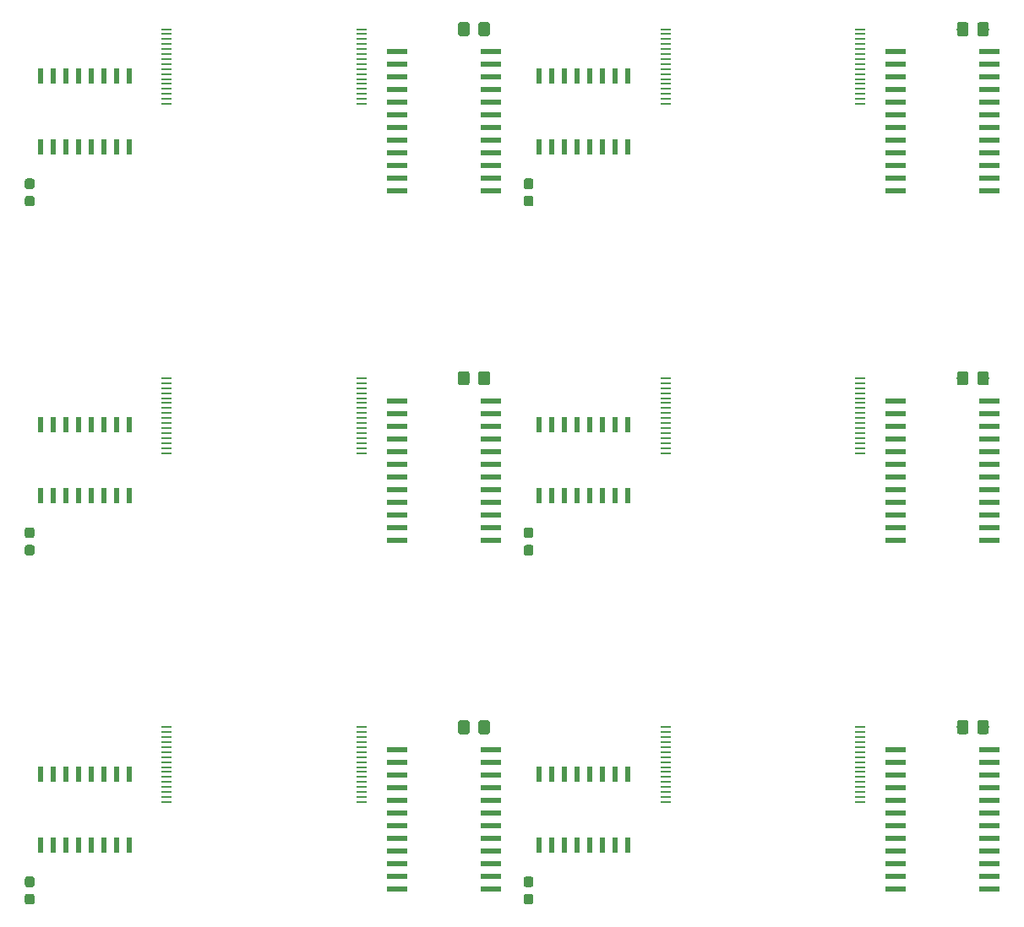
<source format=gbr>
G04 #@! TF.GenerationSoftware,KiCad,Pcbnew,(5.0.0)*
G04 #@! TF.CreationDate,2018-11-06T18:31:00+09:00*
G04 #@! TF.ProjectId,mbc1cartridge_test,6D6263316361727472696467655F7465,rev?*
G04 #@! TF.SameCoordinates,Original*
G04 #@! TF.FileFunction,Paste,Top*
G04 #@! TF.FilePolarity,Positive*
%FSLAX46Y46*%
G04 Gerber Fmt 4.6, Leading zero omitted, Abs format (unit mm)*
G04 Created by KiCad (PCBNEW (5.0.0)) date 11/06/18 18:31:00*
%MOMM*%
%LPD*%
G01*
G04 APERTURE LIST*
%ADD10R,2.000000X0.600000*%
%ADD11R,1.100000X0.250000*%
%ADD12R,0.600000X1.500000*%
%ADD13C,0.100000*%
%ADD14C,0.950000*%
%ADD15C,1.150000*%
G04 APERTURE END LIST*
D10*
G04 #@! TO.C,U2*
X157700000Y-54015000D03*
X157700000Y-55285000D03*
X157700000Y-56555000D03*
X157700000Y-57825000D03*
X157700000Y-59095000D03*
X157700000Y-60365000D03*
X157700000Y-61635000D03*
X157700000Y-62905000D03*
X157700000Y-64175000D03*
X157700000Y-65445000D03*
X157700000Y-66715000D03*
X157700000Y-67985000D03*
X148300000Y-67985000D03*
X148300000Y-66715000D03*
X148300000Y-65445000D03*
X148300000Y-64175000D03*
X148300000Y-62905000D03*
X148300000Y-61635000D03*
X148300000Y-60365000D03*
X148300000Y-59095000D03*
X148300000Y-57825000D03*
X148300000Y-56555000D03*
X148300000Y-55285000D03*
X148300000Y-54015000D03*
G04 #@! TD*
D11*
G04 #@! TO.C,U1*
X144750000Y-51750000D03*
X144750000Y-52250000D03*
X144750000Y-52750000D03*
X144750000Y-53250000D03*
X144750000Y-53750000D03*
X144750000Y-54250000D03*
X144750000Y-54750000D03*
X144750000Y-55250000D03*
X144750000Y-55750000D03*
X144750000Y-56250000D03*
X144750000Y-56750000D03*
X144750000Y-57250000D03*
X144750000Y-57750000D03*
X144750000Y-58250000D03*
X144750000Y-58750000D03*
X125250000Y-59250000D03*
X125250000Y-58750000D03*
X125250000Y-58250000D03*
X125250000Y-57750000D03*
X125250000Y-57250000D03*
X125250000Y-56750000D03*
X125250000Y-56250000D03*
X125250000Y-55750000D03*
X125250000Y-55250000D03*
X125250000Y-54750000D03*
X125250000Y-54250000D03*
X125250000Y-53750000D03*
X125250000Y-53250000D03*
X125250000Y-52750000D03*
X125250000Y-52250000D03*
X144750000Y-59250000D03*
X125250000Y-51750000D03*
G04 #@! TD*
D12*
G04 #@! TO.C,SW1*
X112555000Y-56450000D03*
X113825000Y-56450000D03*
X115095000Y-56450000D03*
X116365000Y-56450000D03*
X117635000Y-56450000D03*
X118905000Y-56450000D03*
X120175000Y-56450000D03*
X121445000Y-56450000D03*
X121445000Y-63550000D03*
X120175000Y-63550000D03*
X118905000Y-63550000D03*
X117635000Y-63550000D03*
X116365000Y-63550000D03*
X115095000Y-63550000D03*
X113825000Y-63550000D03*
X112555000Y-63550000D03*
G04 #@! TD*
D13*
G04 #@! TO.C,R1*
G36*
X111760779Y-68476144D02*
X111783834Y-68479563D01*
X111806443Y-68485227D01*
X111828387Y-68493079D01*
X111849457Y-68503044D01*
X111869448Y-68515026D01*
X111888168Y-68528910D01*
X111905438Y-68544562D01*
X111921090Y-68561832D01*
X111934974Y-68580552D01*
X111946956Y-68600543D01*
X111956921Y-68621613D01*
X111964773Y-68643557D01*
X111970437Y-68666166D01*
X111973856Y-68689221D01*
X111975000Y-68712500D01*
X111975000Y-69287500D01*
X111973856Y-69310779D01*
X111970437Y-69333834D01*
X111964773Y-69356443D01*
X111956921Y-69378387D01*
X111946956Y-69399457D01*
X111934974Y-69419448D01*
X111921090Y-69438168D01*
X111905438Y-69455438D01*
X111888168Y-69471090D01*
X111869448Y-69484974D01*
X111849457Y-69496956D01*
X111828387Y-69506921D01*
X111806443Y-69514773D01*
X111783834Y-69520437D01*
X111760779Y-69523856D01*
X111737500Y-69525000D01*
X111262500Y-69525000D01*
X111239221Y-69523856D01*
X111216166Y-69520437D01*
X111193557Y-69514773D01*
X111171613Y-69506921D01*
X111150543Y-69496956D01*
X111130552Y-69484974D01*
X111111832Y-69471090D01*
X111094562Y-69455438D01*
X111078910Y-69438168D01*
X111065026Y-69419448D01*
X111053044Y-69399457D01*
X111043079Y-69378387D01*
X111035227Y-69356443D01*
X111029563Y-69333834D01*
X111026144Y-69310779D01*
X111025000Y-69287500D01*
X111025000Y-68712500D01*
X111026144Y-68689221D01*
X111029563Y-68666166D01*
X111035227Y-68643557D01*
X111043079Y-68621613D01*
X111053044Y-68600543D01*
X111065026Y-68580552D01*
X111078910Y-68561832D01*
X111094562Y-68544562D01*
X111111832Y-68528910D01*
X111130552Y-68515026D01*
X111150543Y-68503044D01*
X111171613Y-68493079D01*
X111193557Y-68485227D01*
X111216166Y-68479563D01*
X111239221Y-68476144D01*
X111262500Y-68475000D01*
X111737500Y-68475000D01*
X111760779Y-68476144D01*
X111760779Y-68476144D01*
G37*
D14*
X111500000Y-69000000D03*
D13*
G36*
X111760779Y-66726144D02*
X111783834Y-66729563D01*
X111806443Y-66735227D01*
X111828387Y-66743079D01*
X111849457Y-66753044D01*
X111869448Y-66765026D01*
X111888168Y-66778910D01*
X111905438Y-66794562D01*
X111921090Y-66811832D01*
X111934974Y-66830552D01*
X111946956Y-66850543D01*
X111956921Y-66871613D01*
X111964773Y-66893557D01*
X111970437Y-66916166D01*
X111973856Y-66939221D01*
X111975000Y-66962500D01*
X111975000Y-67537500D01*
X111973856Y-67560779D01*
X111970437Y-67583834D01*
X111964773Y-67606443D01*
X111956921Y-67628387D01*
X111946956Y-67649457D01*
X111934974Y-67669448D01*
X111921090Y-67688168D01*
X111905438Y-67705438D01*
X111888168Y-67721090D01*
X111869448Y-67734974D01*
X111849457Y-67746956D01*
X111828387Y-67756921D01*
X111806443Y-67764773D01*
X111783834Y-67770437D01*
X111760779Y-67773856D01*
X111737500Y-67775000D01*
X111262500Y-67775000D01*
X111239221Y-67773856D01*
X111216166Y-67770437D01*
X111193557Y-67764773D01*
X111171613Y-67756921D01*
X111150543Y-67746956D01*
X111130552Y-67734974D01*
X111111832Y-67721090D01*
X111094562Y-67705438D01*
X111078910Y-67688168D01*
X111065026Y-67669448D01*
X111053044Y-67649457D01*
X111043079Y-67628387D01*
X111035227Y-67606443D01*
X111029563Y-67583834D01*
X111026144Y-67560779D01*
X111025000Y-67537500D01*
X111025000Y-66962500D01*
X111026144Y-66939221D01*
X111029563Y-66916166D01*
X111035227Y-66893557D01*
X111043079Y-66871613D01*
X111053044Y-66850543D01*
X111065026Y-66830552D01*
X111078910Y-66811832D01*
X111094562Y-66794562D01*
X111111832Y-66778910D01*
X111130552Y-66765026D01*
X111150543Y-66753044D01*
X111171613Y-66743079D01*
X111193557Y-66735227D01*
X111216166Y-66729563D01*
X111239221Y-66726144D01*
X111262500Y-66725000D01*
X111737500Y-66725000D01*
X111760779Y-66726144D01*
X111760779Y-66726144D01*
G37*
D14*
X111500000Y-67250000D03*
G04 #@! TD*
D13*
G04 #@! TO.C,C1*
G36*
X155349505Y-51051204D02*
X155373773Y-51054804D01*
X155397572Y-51060765D01*
X155420671Y-51069030D01*
X155442850Y-51079520D01*
X155463893Y-51092132D01*
X155483599Y-51106747D01*
X155501777Y-51123223D01*
X155518253Y-51141401D01*
X155532868Y-51161107D01*
X155545480Y-51182150D01*
X155555970Y-51204329D01*
X155564235Y-51227428D01*
X155570196Y-51251227D01*
X155573796Y-51275495D01*
X155575000Y-51299999D01*
X155575000Y-52200001D01*
X155573796Y-52224505D01*
X155570196Y-52248773D01*
X155564235Y-52272572D01*
X155555970Y-52295671D01*
X155545480Y-52317850D01*
X155532868Y-52338893D01*
X155518253Y-52358599D01*
X155501777Y-52376777D01*
X155483599Y-52393253D01*
X155463893Y-52407868D01*
X155442850Y-52420480D01*
X155420671Y-52430970D01*
X155397572Y-52439235D01*
X155373773Y-52445196D01*
X155349505Y-52448796D01*
X155325001Y-52450000D01*
X154674999Y-52450000D01*
X154650495Y-52448796D01*
X154626227Y-52445196D01*
X154602428Y-52439235D01*
X154579329Y-52430970D01*
X154557150Y-52420480D01*
X154536107Y-52407868D01*
X154516401Y-52393253D01*
X154498223Y-52376777D01*
X154481747Y-52358599D01*
X154467132Y-52338893D01*
X154454520Y-52317850D01*
X154444030Y-52295671D01*
X154435765Y-52272572D01*
X154429804Y-52248773D01*
X154426204Y-52224505D01*
X154425000Y-52200001D01*
X154425000Y-51299999D01*
X154426204Y-51275495D01*
X154429804Y-51251227D01*
X154435765Y-51227428D01*
X154444030Y-51204329D01*
X154454520Y-51182150D01*
X154467132Y-51161107D01*
X154481747Y-51141401D01*
X154498223Y-51123223D01*
X154516401Y-51106747D01*
X154536107Y-51092132D01*
X154557150Y-51079520D01*
X154579329Y-51069030D01*
X154602428Y-51060765D01*
X154626227Y-51054804D01*
X154650495Y-51051204D01*
X154674999Y-51050000D01*
X155325001Y-51050000D01*
X155349505Y-51051204D01*
X155349505Y-51051204D01*
G37*
D15*
X155000000Y-51750000D03*
D13*
G36*
X157399505Y-51051204D02*
X157423773Y-51054804D01*
X157447572Y-51060765D01*
X157470671Y-51069030D01*
X157492850Y-51079520D01*
X157513893Y-51092132D01*
X157533599Y-51106747D01*
X157551777Y-51123223D01*
X157568253Y-51141401D01*
X157582868Y-51161107D01*
X157595480Y-51182150D01*
X157605970Y-51204329D01*
X157614235Y-51227428D01*
X157620196Y-51251227D01*
X157623796Y-51275495D01*
X157625000Y-51299999D01*
X157625000Y-52200001D01*
X157623796Y-52224505D01*
X157620196Y-52248773D01*
X157614235Y-52272572D01*
X157605970Y-52295671D01*
X157595480Y-52317850D01*
X157582868Y-52338893D01*
X157568253Y-52358599D01*
X157551777Y-52376777D01*
X157533599Y-52393253D01*
X157513893Y-52407868D01*
X157492850Y-52420480D01*
X157470671Y-52430970D01*
X157447572Y-52439235D01*
X157423773Y-52445196D01*
X157399505Y-52448796D01*
X157375001Y-52450000D01*
X156724999Y-52450000D01*
X156700495Y-52448796D01*
X156676227Y-52445196D01*
X156652428Y-52439235D01*
X156629329Y-52430970D01*
X156607150Y-52420480D01*
X156586107Y-52407868D01*
X156566401Y-52393253D01*
X156548223Y-52376777D01*
X156531747Y-52358599D01*
X156517132Y-52338893D01*
X156504520Y-52317850D01*
X156494030Y-52295671D01*
X156485765Y-52272572D01*
X156479804Y-52248773D01*
X156476204Y-52224505D01*
X156475000Y-52200001D01*
X156475000Y-51299999D01*
X156476204Y-51275495D01*
X156479804Y-51251227D01*
X156485765Y-51227428D01*
X156494030Y-51204329D01*
X156504520Y-51182150D01*
X156517132Y-51161107D01*
X156531747Y-51141401D01*
X156548223Y-51123223D01*
X156566401Y-51106747D01*
X156586107Y-51092132D01*
X156607150Y-51079520D01*
X156629329Y-51069030D01*
X156652428Y-51060765D01*
X156676227Y-51054804D01*
X156700495Y-51051204D01*
X156724999Y-51050000D01*
X157375001Y-51050000D01*
X157399505Y-51051204D01*
X157399505Y-51051204D01*
G37*
D15*
X157050000Y-51750000D03*
G04 #@! TD*
D10*
G04 #@! TO.C,U2*
X157700000Y-89015000D03*
X157700000Y-90285000D03*
X157700000Y-91555000D03*
X157700000Y-92825000D03*
X157700000Y-94095000D03*
X157700000Y-95365000D03*
X157700000Y-96635000D03*
X157700000Y-97905000D03*
X157700000Y-99175000D03*
X157700000Y-100445000D03*
X157700000Y-101715000D03*
X157700000Y-102985000D03*
X148300000Y-102985000D03*
X148300000Y-101715000D03*
X148300000Y-100445000D03*
X148300000Y-99175000D03*
X148300000Y-97905000D03*
X148300000Y-96635000D03*
X148300000Y-95365000D03*
X148300000Y-94095000D03*
X148300000Y-92825000D03*
X148300000Y-91555000D03*
X148300000Y-90285000D03*
X148300000Y-89015000D03*
G04 #@! TD*
D11*
G04 #@! TO.C,U1*
X144750000Y-86750000D03*
X144750000Y-87250000D03*
X144750000Y-87750000D03*
X144750000Y-88250000D03*
X144750000Y-88750000D03*
X144750000Y-89250000D03*
X144750000Y-89750000D03*
X144750000Y-90250000D03*
X144750000Y-90750000D03*
X144750000Y-91250000D03*
X144750000Y-91750000D03*
X144750000Y-92250000D03*
X144750000Y-92750000D03*
X144750000Y-93250000D03*
X144750000Y-93750000D03*
X125250000Y-94250000D03*
X125250000Y-93750000D03*
X125250000Y-93250000D03*
X125250000Y-92750000D03*
X125250000Y-92250000D03*
X125250000Y-91750000D03*
X125250000Y-91250000D03*
X125250000Y-90750000D03*
X125250000Y-90250000D03*
X125250000Y-89750000D03*
X125250000Y-89250000D03*
X125250000Y-88750000D03*
X125250000Y-88250000D03*
X125250000Y-87750000D03*
X125250000Y-87250000D03*
X144750000Y-94250000D03*
X125250000Y-86750000D03*
G04 #@! TD*
D12*
G04 #@! TO.C,SW1*
X112555000Y-91450000D03*
X113825000Y-91450000D03*
X115095000Y-91450000D03*
X116365000Y-91450000D03*
X117635000Y-91450000D03*
X118905000Y-91450000D03*
X120175000Y-91450000D03*
X121445000Y-91450000D03*
X121445000Y-98550000D03*
X120175000Y-98550000D03*
X118905000Y-98550000D03*
X117635000Y-98550000D03*
X116365000Y-98550000D03*
X115095000Y-98550000D03*
X113825000Y-98550000D03*
X112555000Y-98550000D03*
G04 #@! TD*
D13*
G04 #@! TO.C,R1*
G36*
X111760779Y-103476144D02*
X111783834Y-103479563D01*
X111806443Y-103485227D01*
X111828387Y-103493079D01*
X111849457Y-103503044D01*
X111869448Y-103515026D01*
X111888168Y-103528910D01*
X111905438Y-103544562D01*
X111921090Y-103561832D01*
X111934974Y-103580552D01*
X111946956Y-103600543D01*
X111956921Y-103621613D01*
X111964773Y-103643557D01*
X111970437Y-103666166D01*
X111973856Y-103689221D01*
X111975000Y-103712500D01*
X111975000Y-104287500D01*
X111973856Y-104310779D01*
X111970437Y-104333834D01*
X111964773Y-104356443D01*
X111956921Y-104378387D01*
X111946956Y-104399457D01*
X111934974Y-104419448D01*
X111921090Y-104438168D01*
X111905438Y-104455438D01*
X111888168Y-104471090D01*
X111869448Y-104484974D01*
X111849457Y-104496956D01*
X111828387Y-104506921D01*
X111806443Y-104514773D01*
X111783834Y-104520437D01*
X111760779Y-104523856D01*
X111737500Y-104525000D01*
X111262500Y-104525000D01*
X111239221Y-104523856D01*
X111216166Y-104520437D01*
X111193557Y-104514773D01*
X111171613Y-104506921D01*
X111150543Y-104496956D01*
X111130552Y-104484974D01*
X111111832Y-104471090D01*
X111094562Y-104455438D01*
X111078910Y-104438168D01*
X111065026Y-104419448D01*
X111053044Y-104399457D01*
X111043079Y-104378387D01*
X111035227Y-104356443D01*
X111029563Y-104333834D01*
X111026144Y-104310779D01*
X111025000Y-104287500D01*
X111025000Y-103712500D01*
X111026144Y-103689221D01*
X111029563Y-103666166D01*
X111035227Y-103643557D01*
X111043079Y-103621613D01*
X111053044Y-103600543D01*
X111065026Y-103580552D01*
X111078910Y-103561832D01*
X111094562Y-103544562D01*
X111111832Y-103528910D01*
X111130552Y-103515026D01*
X111150543Y-103503044D01*
X111171613Y-103493079D01*
X111193557Y-103485227D01*
X111216166Y-103479563D01*
X111239221Y-103476144D01*
X111262500Y-103475000D01*
X111737500Y-103475000D01*
X111760779Y-103476144D01*
X111760779Y-103476144D01*
G37*
D14*
X111500000Y-104000000D03*
D13*
G36*
X111760779Y-101726144D02*
X111783834Y-101729563D01*
X111806443Y-101735227D01*
X111828387Y-101743079D01*
X111849457Y-101753044D01*
X111869448Y-101765026D01*
X111888168Y-101778910D01*
X111905438Y-101794562D01*
X111921090Y-101811832D01*
X111934974Y-101830552D01*
X111946956Y-101850543D01*
X111956921Y-101871613D01*
X111964773Y-101893557D01*
X111970437Y-101916166D01*
X111973856Y-101939221D01*
X111975000Y-101962500D01*
X111975000Y-102537500D01*
X111973856Y-102560779D01*
X111970437Y-102583834D01*
X111964773Y-102606443D01*
X111956921Y-102628387D01*
X111946956Y-102649457D01*
X111934974Y-102669448D01*
X111921090Y-102688168D01*
X111905438Y-102705438D01*
X111888168Y-102721090D01*
X111869448Y-102734974D01*
X111849457Y-102746956D01*
X111828387Y-102756921D01*
X111806443Y-102764773D01*
X111783834Y-102770437D01*
X111760779Y-102773856D01*
X111737500Y-102775000D01*
X111262500Y-102775000D01*
X111239221Y-102773856D01*
X111216166Y-102770437D01*
X111193557Y-102764773D01*
X111171613Y-102756921D01*
X111150543Y-102746956D01*
X111130552Y-102734974D01*
X111111832Y-102721090D01*
X111094562Y-102705438D01*
X111078910Y-102688168D01*
X111065026Y-102669448D01*
X111053044Y-102649457D01*
X111043079Y-102628387D01*
X111035227Y-102606443D01*
X111029563Y-102583834D01*
X111026144Y-102560779D01*
X111025000Y-102537500D01*
X111025000Y-101962500D01*
X111026144Y-101939221D01*
X111029563Y-101916166D01*
X111035227Y-101893557D01*
X111043079Y-101871613D01*
X111053044Y-101850543D01*
X111065026Y-101830552D01*
X111078910Y-101811832D01*
X111094562Y-101794562D01*
X111111832Y-101778910D01*
X111130552Y-101765026D01*
X111150543Y-101753044D01*
X111171613Y-101743079D01*
X111193557Y-101735227D01*
X111216166Y-101729563D01*
X111239221Y-101726144D01*
X111262500Y-101725000D01*
X111737500Y-101725000D01*
X111760779Y-101726144D01*
X111760779Y-101726144D01*
G37*
D14*
X111500000Y-102250000D03*
G04 #@! TD*
D13*
G04 #@! TO.C,C1*
G36*
X155349505Y-86051204D02*
X155373773Y-86054804D01*
X155397572Y-86060765D01*
X155420671Y-86069030D01*
X155442850Y-86079520D01*
X155463893Y-86092132D01*
X155483599Y-86106747D01*
X155501777Y-86123223D01*
X155518253Y-86141401D01*
X155532868Y-86161107D01*
X155545480Y-86182150D01*
X155555970Y-86204329D01*
X155564235Y-86227428D01*
X155570196Y-86251227D01*
X155573796Y-86275495D01*
X155575000Y-86299999D01*
X155575000Y-87200001D01*
X155573796Y-87224505D01*
X155570196Y-87248773D01*
X155564235Y-87272572D01*
X155555970Y-87295671D01*
X155545480Y-87317850D01*
X155532868Y-87338893D01*
X155518253Y-87358599D01*
X155501777Y-87376777D01*
X155483599Y-87393253D01*
X155463893Y-87407868D01*
X155442850Y-87420480D01*
X155420671Y-87430970D01*
X155397572Y-87439235D01*
X155373773Y-87445196D01*
X155349505Y-87448796D01*
X155325001Y-87450000D01*
X154674999Y-87450000D01*
X154650495Y-87448796D01*
X154626227Y-87445196D01*
X154602428Y-87439235D01*
X154579329Y-87430970D01*
X154557150Y-87420480D01*
X154536107Y-87407868D01*
X154516401Y-87393253D01*
X154498223Y-87376777D01*
X154481747Y-87358599D01*
X154467132Y-87338893D01*
X154454520Y-87317850D01*
X154444030Y-87295671D01*
X154435765Y-87272572D01*
X154429804Y-87248773D01*
X154426204Y-87224505D01*
X154425000Y-87200001D01*
X154425000Y-86299999D01*
X154426204Y-86275495D01*
X154429804Y-86251227D01*
X154435765Y-86227428D01*
X154444030Y-86204329D01*
X154454520Y-86182150D01*
X154467132Y-86161107D01*
X154481747Y-86141401D01*
X154498223Y-86123223D01*
X154516401Y-86106747D01*
X154536107Y-86092132D01*
X154557150Y-86079520D01*
X154579329Y-86069030D01*
X154602428Y-86060765D01*
X154626227Y-86054804D01*
X154650495Y-86051204D01*
X154674999Y-86050000D01*
X155325001Y-86050000D01*
X155349505Y-86051204D01*
X155349505Y-86051204D01*
G37*
D15*
X155000000Y-86750000D03*
D13*
G36*
X157399505Y-86051204D02*
X157423773Y-86054804D01*
X157447572Y-86060765D01*
X157470671Y-86069030D01*
X157492850Y-86079520D01*
X157513893Y-86092132D01*
X157533599Y-86106747D01*
X157551777Y-86123223D01*
X157568253Y-86141401D01*
X157582868Y-86161107D01*
X157595480Y-86182150D01*
X157605970Y-86204329D01*
X157614235Y-86227428D01*
X157620196Y-86251227D01*
X157623796Y-86275495D01*
X157625000Y-86299999D01*
X157625000Y-87200001D01*
X157623796Y-87224505D01*
X157620196Y-87248773D01*
X157614235Y-87272572D01*
X157605970Y-87295671D01*
X157595480Y-87317850D01*
X157582868Y-87338893D01*
X157568253Y-87358599D01*
X157551777Y-87376777D01*
X157533599Y-87393253D01*
X157513893Y-87407868D01*
X157492850Y-87420480D01*
X157470671Y-87430970D01*
X157447572Y-87439235D01*
X157423773Y-87445196D01*
X157399505Y-87448796D01*
X157375001Y-87450000D01*
X156724999Y-87450000D01*
X156700495Y-87448796D01*
X156676227Y-87445196D01*
X156652428Y-87439235D01*
X156629329Y-87430970D01*
X156607150Y-87420480D01*
X156586107Y-87407868D01*
X156566401Y-87393253D01*
X156548223Y-87376777D01*
X156531747Y-87358599D01*
X156517132Y-87338893D01*
X156504520Y-87317850D01*
X156494030Y-87295671D01*
X156485765Y-87272572D01*
X156479804Y-87248773D01*
X156476204Y-87224505D01*
X156475000Y-87200001D01*
X156475000Y-86299999D01*
X156476204Y-86275495D01*
X156479804Y-86251227D01*
X156485765Y-86227428D01*
X156494030Y-86204329D01*
X156504520Y-86182150D01*
X156517132Y-86161107D01*
X156531747Y-86141401D01*
X156548223Y-86123223D01*
X156566401Y-86106747D01*
X156586107Y-86092132D01*
X156607150Y-86079520D01*
X156629329Y-86069030D01*
X156652428Y-86060765D01*
X156676227Y-86054804D01*
X156700495Y-86051204D01*
X156724999Y-86050000D01*
X157375001Y-86050000D01*
X157399505Y-86051204D01*
X157399505Y-86051204D01*
G37*
D15*
X157050000Y-86750000D03*
G04 #@! TD*
D10*
G04 #@! TO.C,U2*
X157700000Y-124015000D03*
X157700000Y-125285000D03*
X157700000Y-126555000D03*
X157700000Y-127825000D03*
X157700000Y-129095000D03*
X157700000Y-130365000D03*
X157700000Y-131635000D03*
X157700000Y-132905000D03*
X157700000Y-134175000D03*
X157700000Y-135445000D03*
X157700000Y-136715000D03*
X157700000Y-137985000D03*
X148300000Y-137985000D03*
X148300000Y-136715000D03*
X148300000Y-135445000D03*
X148300000Y-134175000D03*
X148300000Y-132905000D03*
X148300000Y-131635000D03*
X148300000Y-130365000D03*
X148300000Y-129095000D03*
X148300000Y-127825000D03*
X148300000Y-126555000D03*
X148300000Y-125285000D03*
X148300000Y-124015000D03*
G04 #@! TD*
D11*
G04 #@! TO.C,U1*
X144750000Y-121750000D03*
X144750000Y-122250000D03*
X144750000Y-122750000D03*
X144750000Y-123250000D03*
X144750000Y-123750000D03*
X144750000Y-124250000D03*
X144750000Y-124750000D03*
X144750000Y-125250000D03*
X144750000Y-125750000D03*
X144750000Y-126250000D03*
X144750000Y-126750000D03*
X144750000Y-127250000D03*
X144750000Y-127750000D03*
X144750000Y-128250000D03*
X144750000Y-128750000D03*
X125250000Y-129250000D03*
X125250000Y-128750000D03*
X125250000Y-128250000D03*
X125250000Y-127750000D03*
X125250000Y-127250000D03*
X125250000Y-126750000D03*
X125250000Y-126250000D03*
X125250000Y-125750000D03*
X125250000Y-125250000D03*
X125250000Y-124750000D03*
X125250000Y-124250000D03*
X125250000Y-123750000D03*
X125250000Y-123250000D03*
X125250000Y-122750000D03*
X125250000Y-122250000D03*
X144750000Y-129250000D03*
X125250000Y-121750000D03*
G04 #@! TD*
D12*
G04 #@! TO.C,SW1*
X112555000Y-126450000D03*
X113825000Y-126450000D03*
X115095000Y-126450000D03*
X116365000Y-126450000D03*
X117635000Y-126450000D03*
X118905000Y-126450000D03*
X120175000Y-126450000D03*
X121445000Y-126450000D03*
X121445000Y-133550000D03*
X120175000Y-133550000D03*
X118905000Y-133550000D03*
X117635000Y-133550000D03*
X116365000Y-133550000D03*
X115095000Y-133550000D03*
X113825000Y-133550000D03*
X112555000Y-133550000D03*
G04 #@! TD*
D13*
G04 #@! TO.C,R1*
G36*
X111760779Y-138476144D02*
X111783834Y-138479563D01*
X111806443Y-138485227D01*
X111828387Y-138493079D01*
X111849457Y-138503044D01*
X111869448Y-138515026D01*
X111888168Y-138528910D01*
X111905438Y-138544562D01*
X111921090Y-138561832D01*
X111934974Y-138580552D01*
X111946956Y-138600543D01*
X111956921Y-138621613D01*
X111964773Y-138643557D01*
X111970437Y-138666166D01*
X111973856Y-138689221D01*
X111975000Y-138712500D01*
X111975000Y-139287500D01*
X111973856Y-139310779D01*
X111970437Y-139333834D01*
X111964773Y-139356443D01*
X111956921Y-139378387D01*
X111946956Y-139399457D01*
X111934974Y-139419448D01*
X111921090Y-139438168D01*
X111905438Y-139455438D01*
X111888168Y-139471090D01*
X111869448Y-139484974D01*
X111849457Y-139496956D01*
X111828387Y-139506921D01*
X111806443Y-139514773D01*
X111783834Y-139520437D01*
X111760779Y-139523856D01*
X111737500Y-139525000D01*
X111262500Y-139525000D01*
X111239221Y-139523856D01*
X111216166Y-139520437D01*
X111193557Y-139514773D01*
X111171613Y-139506921D01*
X111150543Y-139496956D01*
X111130552Y-139484974D01*
X111111832Y-139471090D01*
X111094562Y-139455438D01*
X111078910Y-139438168D01*
X111065026Y-139419448D01*
X111053044Y-139399457D01*
X111043079Y-139378387D01*
X111035227Y-139356443D01*
X111029563Y-139333834D01*
X111026144Y-139310779D01*
X111025000Y-139287500D01*
X111025000Y-138712500D01*
X111026144Y-138689221D01*
X111029563Y-138666166D01*
X111035227Y-138643557D01*
X111043079Y-138621613D01*
X111053044Y-138600543D01*
X111065026Y-138580552D01*
X111078910Y-138561832D01*
X111094562Y-138544562D01*
X111111832Y-138528910D01*
X111130552Y-138515026D01*
X111150543Y-138503044D01*
X111171613Y-138493079D01*
X111193557Y-138485227D01*
X111216166Y-138479563D01*
X111239221Y-138476144D01*
X111262500Y-138475000D01*
X111737500Y-138475000D01*
X111760779Y-138476144D01*
X111760779Y-138476144D01*
G37*
D14*
X111500000Y-139000000D03*
D13*
G36*
X111760779Y-136726144D02*
X111783834Y-136729563D01*
X111806443Y-136735227D01*
X111828387Y-136743079D01*
X111849457Y-136753044D01*
X111869448Y-136765026D01*
X111888168Y-136778910D01*
X111905438Y-136794562D01*
X111921090Y-136811832D01*
X111934974Y-136830552D01*
X111946956Y-136850543D01*
X111956921Y-136871613D01*
X111964773Y-136893557D01*
X111970437Y-136916166D01*
X111973856Y-136939221D01*
X111975000Y-136962500D01*
X111975000Y-137537500D01*
X111973856Y-137560779D01*
X111970437Y-137583834D01*
X111964773Y-137606443D01*
X111956921Y-137628387D01*
X111946956Y-137649457D01*
X111934974Y-137669448D01*
X111921090Y-137688168D01*
X111905438Y-137705438D01*
X111888168Y-137721090D01*
X111869448Y-137734974D01*
X111849457Y-137746956D01*
X111828387Y-137756921D01*
X111806443Y-137764773D01*
X111783834Y-137770437D01*
X111760779Y-137773856D01*
X111737500Y-137775000D01*
X111262500Y-137775000D01*
X111239221Y-137773856D01*
X111216166Y-137770437D01*
X111193557Y-137764773D01*
X111171613Y-137756921D01*
X111150543Y-137746956D01*
X111130552Y-137734974D01*
X111111832Y-137721090D01*
X111094562Y-137705438D01*
X111078910Y-137688168D01*
X111065026Y-137669448D01*
X111053044Y-137649457D01*
X111043079Y-137628387D01*
X111035227Y-137606443D01*
X111029563Y-137583834D01*
X111026144Y-137560779D01*
X111025000Y-137537500D01*
X111025000Y-136962500D01*
X111026144Y-136939221D01*
X111029563Y-136916166D01*
X111035227Y-136893557D01*
X111043079Y-136871613D01*
X111053044Y-136850543D01*
X111065026Y-136830552D01*
X111078910Y-136811832D01*
X111094562Y-136794562D01*
X111111832Y-136778910D01*
X111130552Y-136765026D01*
X111150543Y-136753044D01*
X111171613Y-136743079D01*
X111193557Y-136735227D01*
X111216166Y-136729563D01*
X111239221Y-136726144D01*
X111262500Y-136725000D01*
X111737500Y-136725000D01*
X111760779Y-136726144D01*
X111760779Y-136726144D01*
G37*
D14*
X111500000Y-137250000D03*
G04 #@! TD*
D13*
G04 #@! TO.C,C1*
G36*
X155349505Y-121051204D02*
X155373773Y-121054804D01*
X155397572Y-121060765D01*
X155420671Y-121069030D01*
X155442850Y-121079520D01*
X155463893Y-121092132D01*
X155483599Y-121106747D01*
X155501777Y-121123223D01*
X155518253Y-121141401D01*
X155532868Y-121161107D01*
X155545480Y-121182150D01*
X155555970Y-121204329D01*
X155564235Y-121227428D01*
X155570196Y-121251227D01*
X155573796Y-121275495D01*
X155575000Y-121299999D01*
X155575000Y-122200001D01*
X155573796Y-122224505D01*
X155570196Y-122248773D01*
X155564235Y-122272572D01*
X155555970Y-122295671D01*
X155545480Y-122317850D01*
X155532868Y-122338893D01*
X155518253Y-122358599D01*
X155501777Y-122376777D01*
X155483599Y-122393253D01*
X155463893Y-122407868D01*
X155442850Y-122420480D01*
X155420671Y-122430970D01*
X155397572Y-122439235D01*
X155373773Y-122445196D01*
X155349505Y-122448796D01*
X155325001Y-122450000D01*
X154674999Y-122450000D01*
X154650495Y-122448796D01*
X154626227Y-122445196D01*
X154602428Y-122439235D01*
X154579329Y-122430970D01*
X154557150Y-122420480D01*
X154536107Y-122407868D01*
X154516401Y-122393253D01*
X154498223Y-122376777D01*
X154481747Y-122358599D01*
X154467132Y-122338893D01*
X154454520Y-122317850D01*
X154444030Y-122295671D01*
X154435765Y-122272572D01*
X154429804Y-122248773D01*
X154426204Y-122224505D01*
X154425000Y-122200001D01*
X154425000Y-121299999D01*
X154426204Y-121275495D01*
X154429804Y-121251227D01*
X154435765Y-121227428D01*
X154444030Y-121204329D01*
X154454520Y-121182150D01*
X154467132Y-121161107D01*
X154481747Y-121141401D01*
X154498223Y-121123223D01*
X154516401Y-121106747D01*
X154536107Y-121092132D01*
X154557150Y-121079520D01*
X154579329Y-121069030D01*
X154602428Y-121060765D01*
X154626227Y-121054804D01*
X154650495Y-121051204D01*
X154674999Y-121050000D01*
X155325001Y-121050000D01*
X155349505Y-121051204D01*
X155349505Y-121051204D01*
G37*
D15*
X155000000Y-121750000D03*
D13*
G36*
X157399505Y-121051204D02*
X157423773Y-121054804D01*
X157447572Y-121060765D01*
X157470671Y-121069030D01*
X157492850Y-121079520D01*
X157513893Y-121092132D01*
X157533599Y-121106747D01*
X157551777Y-121123223D01*
X157568253Y-121141401D01*
X157582868Y-121161107D01*
X157595480Y-121182150D01*
X157605970Y-121204329D01*
X157614235Y-121227428D01*
X157620196Y-121251227D01*
X157623796Y-121275495D01*
X157625000Y-121299999D01*
X157625000Y-122200001D01*
X157623796Y-122224505D01*
X157620196Y-122248773D01*
X157614235Y-122272572D01*
X157605970Y-122295671D01*
X157595480Y-122317850D01*
X157582868Y-122338893D01*
X157568253Y-122358599D01*
X157551777Y-122376777D01*
X157533599Y-122393253D01*
X157513893Y-122407868D01*
X157492850Y-122420480D01*
X157470671Y-122430970D01*
X157447572Y-122439235D01*
X157423773Y-122445196D01*
X157399505Y-122448796D01*
X157375001Y-122450000D01*
X156724999Y-122450000D01*
X156700495Y-122448796D01*
X156676227Y-122445196D01*
X156652428Y-122439235D01*
X156629329Y-122430970D01*
X156607150Y-122420480D01*
X156586107Y-122407868D01*
X156566401Y-122393253D01*
X156548223Y-122376777D01*
X156531747Y-122358599D01*
X156517132Y-122338893D01*
X156504520Y-122317850D01*
X156494030Y-122295671D01*
X156485765Y-122272572D01*
X156479804Y-122248773D01*
X156476204Y-122224505D01*
X156475000Y-122200001D01*
X156475000Y-121299999D01*
X156476204Y-121275495D01*
X156479804Y-121251227D01*
X156485765Y-121227428D01*
X156494030Y-121204329D01*
X156504520Y-121182150D01*
X156517132Y-121161107D01*
X156531747Y-121141401D01*
X156548223Y-121123223D01*
X156566401Y-121106747D01*
X156586107Y-121092132D01*
X156607150Y-121079520D01*
X156629329Y-121069030D01*
X156652428Y-121060765D01*
X156676227Y-121054804D01*
X156700495Y-121051204D01*
X156724999Y-121050000D01*
X157375001Y-121050000D01*
X157399505Y-121051204D01*
X157399505Y-121051204D01*
G37*
D15*
X157050000Y-121750000D03*
G04 #@! TD*
D10*
G04 #@! TO.C,U2*
X107700000Y-54015000D03*
X107700000Y-55285000D03*
X107700000Y-56555000D03*
X107700000Y-57825000D03*
X107700000Y-59095000D03*
X107700000Y-60365000D03*
X107700000Y-61635000D03*
X107700000Y-62905000D03*
X107700000Y-64175000D03*
X107700000Y-65445000D03*
X107700000Y-66715000D03*
X107700000Y-67985000D03*
X98300000Y-67985000D03*
X98300000Y-66715000D03*
X98300000Y-65445000D03*
X98300000Y-64175000D03*
X98300000Y-62905000D03*
X98300000Y-61635000D03*
X98300000Y-60365000D03*
X98300000Y-59095000D03*
X98300000Y-57825000D03*
X98300000Y-56555000D03*
X98300000Y-55285000D03*
X98300000Y-54015000D03*
G04 #@! TD*
D11*
G04 #@! TO.C,U1*
X94750000Y-51750000D03*
X94750000Y-52250000D03*
X94750000Y-52750000D03*
X94750000Y-53250000D03*
X94750000Y-53750000D03*
X94750000Y-54250000D03*
X94750000Y-54750000D03*
X94750000Y-55250000D03*
X94750000Y-55750000D03*
X94750000Y-56250000D03*
X94750000Y-56750000D03*
X94750000Y-57250000D03*
X94750000Y-57750000D03*
X94750000Y-58250000D03*
X94750000Y-58750000D03*
X75250000Y-59250000D03*
X75250000Y-58750000D03*
X75250000Y-58250000D03*
X75250000Y-57750000D03*
X75250000Y-57250000D03*
X75250000Y-56750000D03*
X75250000Y-56250000D03*
X75250000Y-55750000D03*
X75250000Y-55250000D03*
X75250000Y-54750000D03*
X75250000Y-54250000D03*
X75250000Y-53750000D03*
X75250000Y-53250000D03*
X75250000Y-52750000D03*
X75250000Y-52250000D03*
X94750000Y-59250000D03*
X75250000Y-51750000D03*
G04 #@! TD*
D12*
G04 #@! TO.C,SW1*
X62555000Y-56450000D03*
X63825000Y-56450000D03*
X65095000Y-56450000D03*
X66365000Y-56450000D03*
X67635000Y-56450000D03*
X68905000Y-56450000D03*
X70175000Y-56450000D03*
X71445000Y-56450000D03*
X71445000Y-63550000D03*
X70175000Y-63550000D03*
X68905000Y-63550000D03*
X67635000Y-63550000D03*
X66365000Y-63550000D03*
X65095000Y-63550000D03*
X63825000Y-63550000D03*
X62555000Y-63550000D03*
G04 #@! TD*
D13*
G04 #@! TO.C,R1*
G36*
X61760779Y-68476144D02*
X61783834Y-68479563D01*
X61806443Y-68485227D01*
X61828387Y-68493079D01*
X61849457Y-68503044D01*
X61869448Y-68515026D01*
X61888168Y-68528910D01*
X61905438Y-68544562D01*
X61921090Y-68561832D01*
X61934974Y-68580552D01*
X61946956Y-68600543D01*
X61956921Y-68621613D01*
X61964773Y-68643557D01*
X61970437Y-68666166D01*
X61973856Y-68689221D01*
X61975000Y-68712500D01*
X61975000Y-69287500D01*
X61973856Y-69310779D01*
X61970437Y-69333834D01*
X61964773Y-69356443D01*
X61956921Y-69378387D01*
X61946956Y-69399457D01*
X61934974Y-69419448D01*
X61921090Y-69438168D01*
X61905438Y-69455438D01*
X61888168Y-69471090D01*
X61869448Y-69484974D01*
X61849457Y-69496956D01*
X61828387Y-69506921D01*
X61806443Y-69514773D01*
X61783834Y-69520437D01*
X61760779Y-69523856D01*
X61737500Y-69525000D01*
X61262500Y-69525000D01*
X61239221Y-69523856D01*
X61216166Y-69520437D01*
X61193557Y-69514773D01*
X61171613Y-69506921D01*
X61150543Y-69496956D01*
X61130552Y-69484974D01*
X61111832Y-69471090D01*
X61094562Y-69455438D01*
X61078910Y-69438168D01*
X61065026Y-69419448D01*
X61053044Y-69399457D01*
X61043079Y-69378387D01*
X61035227Y-69356443D01*
X61029563Y-69333834D01*
X61026144Y-69310779D01*
X61025000Y-69287500D01*
X61025000Y-68712500D01*
X61026144Y-68689221D01*
X61029563Y-68666166D01*
X61035227Y-68643557D01*
X61043079Y-68621613D01*
X61053044Y-68600543D01*
X61065026Y-68580552D01*
X61078910Y-68561832D01*
X61094562Y-68544562D01*
X61111832Y-68528910D01*
X61130552Y-68515026D01*
X61150543Y-68503044D01*
X61171613Y-68493079D01*
X61193557Y-68485227D01*
X61216166Y-68479563D01*
X61239221Y-68476144D01*
X61262500Y-68475000D01*
X61737500Y-68475000D01*
X61760779Y-68476144D01*
X61760779Y-68476144D01*
G37*
D14*
X61500000Y-69000000D03*
D13*
G36*
X61760779Y-66726144D02*
X61783834Y-66729563D01*
X61806443Y-66735227D01*
X61828387Y-66743079D01*
X61849457Y-66753044D01*
X61869448Y-66765026D01*
X61888168Y-66778910D01*
X61905438Y-66794562D01*
X61921090Y-66811832D01*
X61934974Y-66830552D01*
X61946956Y-66850543D01*
X61956921Y-66871613D01*
X61964773Y-66893557D01*
X61970437Y-66916166D01*
X61973856Y-66939221D01*
X61975000Y-66962500D01*
X61975000Y-67537500D01*
X61973856Y-67560779D01*
X61970437Y-67583834D01*
X61964773Y-67606443D01*
X61956921Y-67628387D01*
X61946956Y-67649457D01*
X61934974Y-67669448D01*
X61921090Y-67688168D01*
X61905438Y-67705438D01*
X61888168Y-67721090D01*
X61869448Y-67734974D01*
X61849457Y-67746956D01*
X61828387Y-67756921D01*
X61806443Y-67764773D01*
X61783834Y-67770437D01*
X61760779Y-67773856D01*
X61737500Y-67775000D01*
X61262500Y-67775000D01*
X61239221Y-67773856D01*
X61216166Y-67770437D01*
X61193557Y-67764773D01*
X61171613Y-67756921D01*
X61150543Y-67746956D01*
X61130552Y-67734974D01*
X61111832Y-67721090D01*
X61094562Y-67705438D01*
X61078910Y-67688168D01*
X61065026Y-67669448D01*
X61053044Y-67649457D01*
X61043079Y-67628387D01*
X61035227Y-67606443D01*
X61029563Y-67583834D01*
X61026144Y-67560779D01*
X61025000Y-67537500D01*
X61025000Y-66962500D01*
X61026144Y-66939221D01*
X61029563Y-66916166D01*
X61035227Y-66893557D01*
X61043079Y-66871613D01*
X61053044Y-66850543D01*
X61065026Y-66830552D01*
X61078910Y-66811832D01*
X61094562Y-66794562D01*
X61111832Y-66778910D01*
X61130552Y-66765026D01*
X61150543Y-66753044D01*
X61171613Y-66743079D01*
X61193557Y-66735227D01*
X61216166Y-66729563D01*
X61239221Y-66726144D01*
X61262500Y-66725000D01*
X61737500Y-66725000D01*
X61760779Y-66726144D01*
X61760779Y-66726144D01*
G37*
D14*
X61500000Y-67250000D03*
G04 #@! TD*
D13*
G04 #@! TO.C,C1*
G36*
X105349505Y-51051204D02*
X105373773Y-51054804D01*
X105397572Y-51060765D01*
X105420671Y-51069030D01*
X105442850Y-51079520D01*
X105463893Y-51092132D01*
X105483599Y-51106747D01*
X105501777Y-51123223D01*
X105518253Y-51141401D01*
X105532868Y-51161107D01*
X105545480Y-51182150D01*
X105555970Y-51204329D01*
X105564235Y-51227428D01*
X105570196Y-51251227D01*
X105573796Y-51275495D01*
X105575000Y-51299999D01*
X105575000Y-52200001D01*
X105573796Y-52224505D01*
X105570196Y-52248773D01*
X105564235Y-52272572D01*
X105555970Y-52295671D01*
X105545480Y-52317850D01*
X105532868Y-52338893D01*
X105518253Y-52358599D01*
X105501777Y-52376777D01*
X105483599Y-52393253D01*
X105463893Y-52407868D01*
X105442850Y-52420480D01*
X105420671Y-52430970D01*
X105397572Y-52439235D01*
X105373773Y-52445196D01*
X105349505Y-52448796D01*
X105325001Y-52450000D01*
X104674999Y-52450000D01*
X104650495Y-52448796D01*
X104626227Y-52445196D01*
X104602428Y-52439235D01*
X104579329Y-52430970D01*
X104557150Y-52420480D01*
X104536107Y-52407868D01*
X104516401Y-52393253D01*
X104498223Y-52376777D01*
X104481747Y-52358599D01*
X104467132Y-52338893D01*
X104454520Y-52317850D01*
X104444030Y-52295671D01*
X104435765Y-52272572D01*
X104429804Y-52248773D01*
X104426204Y-52224505D01*
X104425000Y-52200001D01*
X104425000Y-51299999D01*
X104426204Y-51275495D01*
X104429804Y-51251227D01*
X104435765Y-51227428D01*
X104444030Y-51204329D01*
X104454520Y-51182150D01*
X104467132Y-51161107D01*
X104481747Y-51141401D01*
X104498223Y-51123223D01*
X104516401Y-51106747D01*
X104536107Y-51092132D01*
X104557150Y-51079520D01*
X104579329Y-51069030D01*
X104602428Y-51060765D01*
X104626227Y-51054804D01*
X104650495Y-51051204D01*
X104674999Y-51050000D01*
X105325001Y-51050000D01*
X105349505Y-51051204D01*
X105349505Y-51051204D01*
G37*
D15*
X105000000Y-51750000D03*
D13*
G36*
X107399505Y-51051204D02*
X107423773Y-51054804D01*
X107447572Y-51060765D01*
X107470671Y-51069030D01*
X107492850Y-51079520D01*
X107513893Y-51092132D01*
X107533599Y-51106747D01*
X107551777Y-51123223D01*
X107568253Y-51141401D01*
X107582868Y-51161107D01*
X107595480Y-51182150D01*
X107605970Y-51204329D01*
X107614235Y-51227428D01*
X107620196Y-51251227D01*
X107623796Y-51275495D01*
X107625000Y-51299999D01*
X107625000Y-52200001D01*
X107623796Y-52224505D01*
X107620196Y-52248773D01*
X107614235Y-52272572D01*
X107605970Y-52295671D01*
X107595480Y-52317850D01*
X107582868Y-52338893D01*
X107568253Y-52358599D01*
X107551777Y-52376777D01*
X107533599Y-52393253D01*
X107513893Y-52407868D01*
X107492850Y-52420480D01*
X107470671Y-52430970D01*
X107447572Y-52439235D01*
X107423773Y-52445196D01*
X107399505Y-52448796D01*
X107375001Y-52450000D01*
X106724999Y-52450000D01*
X106700495Y-52448796D01*
X106676227Y-52445196D01*
X106652428Y-52439235D01*
X106629329Y-52430970D01*
X106607150Y-52420480D01*
X106586107Y-52407868D01*
X106566401Y-52393253D01*
X106548223Y-52376777D01*
X106531747Y-52358599D01*
X106517132Y-52338893D01*
X106504520Y-52317850D01*
X106494030Y-52295671D01*
X106485765Y-52272572D01*
X106479804Y-52248773D01*
X106476204Y-52224505D01*
X106475000Y-52200001D01*
X106475000Y-51299999D01*
X106476204Y-51275495D01*
X106479804Y-51251227D01*
X106485765Y-51227428D01*
X106494030Y-51204329D01*
X106504520Y-51182150D01*
X106517132Y-51161107D01*
X106531747Y-51141401D01*
X106548223Y-51123223D01*
X106566401Y-51106747D01*
X106586107Y-51092132D01*
X106607150Y-51079520D01*
X106629329Y-51069030D01*
X106652428Y-51060765D01*
X106676227Y-51054804D01*
X106700495Y-51051204D01*
X106724999Y-51050000D01*
X107375001Y-51050000D01*
X107399505Y-51051204D01*
X107399505Y-51051204D01*
G37*
D15*
X107050000Y-51750000D03*
G04 #@! TD*
D10*
G04 #@! TO.C,U2*
X107700000Y-89015000D03*
X107700000Y-90285000D03*
X107700000Y-91555000D03*
X107700000Y-92825000D03*
X107700000Y-94095000D03*
X107700000Y-95365000D03*
X107700000Y-96635000D03*
X107700000Y-97905000D03*
X107700000Y-99175000D03*
X107700000Y-100445000D03*
X107700000Y-101715000D03*
X107700000Y-102985000D03*
X98300000Y-102985000D03*
X98300000Y-101715000D03*
X98300000Y-100445000D03*
X98300000Y-99175000D03*
X98300000Y-97905000D03*
X98300000Y-96635000D03*
X98300000Y-95365000D03*
X98300000Y-94095000D03*
X98300000Y-92825000D03*
X98300000Y-91555000D03*
X98300000Y-90285000D03*
X98300000Y-89015000D03*
G04 #@! TD*
D11*
G04 #@! TO.C,U1*
X94750000Y-86750000D03*
X94750000Y-87250000D03*
X94750000Y-87750000D03*
X94750000Y-88250000D03*
X94750000Y-88750000D03*
X94750000Y-89250000D03*
X94750000Y-89750000D03*
X94750000Y-90250000D03*
X94750000Y-90750000D03*
X94750000Y-91250000D03*
X94750000Y-91750000D03*
X94750000Y-92250000D03*
X94750000Y-92750000D03*
X94750000Y-93250000D03*
X94750000Y-93750000D03*
X75250000Y-94250000D03*
X75250000Y-93750000D03*
X75250000Y-93250000D03*
X75250000Y-92750000D03*
X75250000Y-92250000D03*
X75250000Y-91750000D03*
X75250000Y-91250000D03*
X75250000Y-90750000D03*
X75250000Y-90250000D03*
X75250000Y-89750000D03*
X75250000Y-89250000D03*
X75250000Y-88750000D03*
X75250000Y-88250000D03*
X75250000Y-87750000D03*
X75250000Y-87250000D03*
X94750000Y-94250000D03*
X75250000Y-86750000D03*
G04 #@! TD*
D12*
G04 #@! TO.C,SW1*
X62555000Y-91450000D03*
X63825000Y-91450000D03*
X65095000Y-91450000D03*
X66365000Y-91450000D03*
X67635000Y-91450000D03*
X68905000Y-91450000D03*
X70175000Y-91450000D03*
X71445000Y-91450000D03*
X71445000Y-98550000D03*
X70175000Y-98550000D03*
X68905000Y-98550000D03*
X67635000Y-98550000D03*
X66365000Y-98550000D03*
X65095000Y-98550000D03*
X63825000Y-98550000D03*
X62555000Y-98550000D03*
G04 #@! TD*
D13*
G04 #@! TO.C,R1*
G36*
X61760779Y-103476144D02*
X61783834Y-103479563D01*
X61806443Y-103485227D01*
X61828387Y-103493079D01*
X61849457Y-103503044D01*
X61869448Y-103515026D01*
X61888168Y-103528910D01*
X61905438Y-103544562D01*
X61921090Y-103561832D01*
X61934974Y-103580552D01*
X61946956Y-103600543D01*
X61956921Y-103621613D01*
X61964773Y-103643557D01*
X61970437Y-103666166D01*
X61973856Y-103689221D01*
X61975000Y-103712500D01*
X61975000Y-104287500D01*
X61973856Y-104310779D01*
X61970437Y-104333834D01*
X61964773Y-104356443D01*
X61956921Y-104378387D01*
X61946956Y-104399457D01*
X61934974Y-104419448D01*
X61921090Y-104438168D01*
X61905438Y-104455438D01*
X61888168Y-104471090D01*
X61869448Y-104484974D01*
X61849457Y-104496956D01*
X61828387Y-104506921D01*
X61806443Y-104514773D01*
X61783834Y-104520437D01*
X61760779Y-104523856D01*
X61737500Y-104525000D01*
X61262500Y-104525000D01*
X61239221Y-104523856D01*
X61216166Y-104520437D01*
X61193557Y-104514773D01*
X61171613Y-104506921D01*
X61150543Y-104496956D01*
X61130552Y-104484974D01*
X61111832Y-104471090D01*
X61094562Y-104455438D01*
X61078910Y-104438168D01*
X61065026Y-104419448D01*
X61053044Y-104399457D01*
X61043079Y-104378387D01*
X61035227Y-104356443D01*
X61029563Y-104333834D01*
X61026144Y-104310779D01*
X61025000Y-104287500D01*
X61025000Y-103712500D01*
X61026144Y-103689221D01*
X61029563Y-103666166D01*
X61035227Y-103643557D01*
X61043079Y-103621613D01*
X61053044Y-103600543D01*
X61065026Y-103580552D01*
X61078910Y-103561832D01*
X61094562Y-103544562D01*
X61111832Y-103528910D01*
X61130552Y-103515026D01*
X61150543Y-103503044D01*
X61171613Y-103493079D01*
X61193557Y-103485227D01*
X61216166Y-103479563D01*
X61239221Y-103476144D01*
X61262500Y-103475000D01*
X61737500Y-103475000D01*
X61760779Y-103476144D01*
X61760779Y-103476144D01*
G37*
D14*
X61500000Y-104000000D03*
D13*
G36*
X61760779Y-101726144D02*
X61783834Y-101729563D01*
X61806443Y-101735227D01*
X61828387Y-101743079D01*
X61849457Y-101753044D01*
X61869448Y-101765026D01*
X61888168Y-101778910D01*
X61905438Y-101794562D01*
X61921090Y-101811832D01*
X61934974Y-101830552D01*
X61946956Y-101850543D01*
X61956921Y-101871613D01*
X61964773Y-101893557D01*
X61970437Y-101916166D01*
X61973856Y-101939221D01*
X61975000Y-101962500D01*
X61975000Y-102537500D01*
X61973856Y-102560779D01*
X61970437Y-102583834D01*
X61964773Y-102606443D01*
X61956921Y-102628387D01*
X61946956Y-102649457D01*
X61934974Y-102669448D01*
X61921090Y-102688168D01*
X61905438Y-102705438D01*
X61888168Y-102721090D01*
X61869448Y-102734974D01*
X61849457Y-102746956D01*
X61828387Y-102756921D01*
X61806443Y-102764773D01*
X61783834Y-102770437D01*
X61760779Y-102773856D01*
X61737500Y-102775000D01*
X61262500Y-102775000D01*
X61239221Y-102773856D01*
X61216166Y-102770437D01*
X61193557Y-102764773D01*
X61171613Y-102756921D01*
X61150543Y-102746956D01*
X61130552Y-102734974D01*
X61111832Y-102721090D01*
X61094562Y-102705438D01*
X61078910Y-102688168D01*
X61065026Y-102669448D01*
X61053044Y-102649457D01*
X61043079Y-102628387D01*
X61035227Y-102606443D01*
X61029563Y-102583834D01*
X61026144Y-102560779D01*
X61025000Y-102537500D01*
X61025000Y-101962500D01*
X61026144Y-101939221D01*
X61029563Y-101916166D01*
X61035227Y-101893557D01*
X61043079Y-101871613D01*
X61053044Y-101850543D01*
X61065026Y-101830552D01*
X61078910Y-101811832D01*
X61094562Y-101794562D01*
X61111832Y-101778910D01*
X61130552Y-101765026D01*
X61150543Y-101753044D01*
X61171613Y-101743079D01*
X61193557Y-101735227D01*
X61216166Y-101729563D01*
X61239221Y-101726144D01*
X61262500Y-101725000D01*
X61737500Y-101725000D01*
X61760779Y-101726144D01*
X61760779Y-101726144D01*
G37*
D14*
X61500000Y-102250000D03*
G04 #@! TD*
D13*
G04 #@! TO.C,C1*
G36*
X105349505Y-86051204D02*
X105373773Y-86054804D01*
X105397572Y-86060765D01*
X105420671Y-86069030D01*
X105442850Y-86079520D01*
X105463893Y-86092132D01*
X105483599Y-86106747D01*
X105501777Y-86123223D01*
X105518253Y-86141401D01*
X105532868Y-86161107D01*
X105545480Y-86182150D01*
X105555970Y-86204329D01*
X105564235Y-86227428D01*
X105570196Y-86251227D01*
X105573796Y-86275495D01*
X105575000Y-86299999D01*
X105575000Y-87200001D01*
X105573796Y-87224505D01*
X105570196Y-87248773D01*
X105564235Y-87272572D01*
X105555970Y-87295671D01*
X105545480Y-87317850D01*
X105532868Y-87338893D01*
X105518253Y-87358599D01*
X105501777Y-87376777D01*
X105483599Y-87393253D01*
X105463893Y-87407868D01*
X105442850Y-87420480D01*
X105420671Y-87430970D01*
X105397572Y-87439235D01*
X105373773Y-87445196D01*
X105349505Y-87448796D01*
X105325001Y-87450000D01*
X104674999Y-87450000D01*
X104650495Y-87448796D01*
X104626227Y-87445196D01*
X104602428Y-87439235D01*
X104579329Y-87430970D01*
X104557150Y-87420480D01*
X104536107Y-87407868D01*
X104516401Y-87393253D01*
X104498223Y-87376777D01*
X104481747Y-87358599D01*
X104467132Y-87338893D01*
X104454520Y-87317850D01*
X104444030Y-87295671D01*
X104435765Y-87272572D01*
X104429804Y-87248773D01*
X104426204Y-87224505D01*
X104425000Y-87200001D01*
X104425000Y-86299999D01*
X104426204Y-86275495D01*
X104429804Y-86251227D01*
X104435765Y-86227428D01*
X104444030Y-86204329D01*
X104454520Y-86182150D01*
X104467132Y-86161107D01*
X104481747Y-86141401D01*
X104498223Y-86123223D01*
X104516401Y-86106747D01*
X104536107Y-86092132D01*
X104557150Y-86079520D01*
X104579329Y-86069030D01*
X104602428Y-86060765D01*
X104626227Y-86054804D01*
X104650495Y-86051204D01*
X104674999Y-86050000D01*
X105325001Y-86050000D01*
X105349505Y-86051204D01*
X105349505Y-86051204D01*
G37*
D15*
X105000000Y-86750000D03*
D13*
G36*
X107399505Y-86051204D02*
X107423773Y-86054804D01*
X107447572Y-86060765D01*
X107470671Y-86069030D01*
X107492850Y-86079520D01*
X107513893Y-86092132D01*
X107533599Y-86106747D01*
X107551777Y-86123223D01*
X107568253Y-86141401D01*
X107582868Y-86161107D01*
X107595480Y-86182150D01*
X107605970Y-86204329D01*
X107614235Y-86227428D01*
X107620196Y-86251227D01*
X107623796Y-86275495D01*
X107625000Y-86299999D01*
X107625000Y-87200001D01*
X107623796Y-87224505D01*
X107620196Y-87248773D01*
X107614235Y-87272572D01*
X107605970Y-87295671D01*
X107595480Y-87317850D01*
X107582868Y-87338893D01*
X107568253Y-87358599D01*
X107551777Y-87376777D01*
X107533599Y-87393253D01*
X107513893Y-87407868D01*
X107492850Y-87420480D01*
X107470671Y-87430970D01*
X107447572Y-87439235D01*
X107423773Y-87445196D01*
X107399505Y-87448796D01*
X107375001Y-87450000D01*
X106724999Y-87450000D01*
X106700495Y-87448796D01*
X106676227Y-87445196D01*
X106652428Y-87439235D01*
X106629329Y-87430970D01*
X106607150Y-87420480D01*
X106586107Y-87407868D01*
X106566401Y-87393253D01*
X106548223Y-87376777D01*
X106531747Y-87358599D01*
X106517132Y-87338893D01*
X106504520Y-87317850D01*
X106494030Y-87295671D01*
X106485765Y-87272572D01*
X106479804Y-87248773D01*
X106476204Y-87224505D01*
X106475000Y-87200001D01*
X106475000Y-86299999D01*
X106476204Y-86275495D01*
X106479804Y-86251227D01*
X106485765Y-86227428D01*
X106494030Y-86204329D01*
X106504520Y-86182150D01*
X106517132Y-86161107D01*
X106531747Y-86141401D01*
X106548223Y-86123223D01*
X106566401Y-86106747D01*
X106586107Y-86092132D01*
X106607150Y-86079520D01*
X106629329Y-86069030D01*
X106652428Y-86060765D01*
X106676227Y-86054804D01*
X106700495Y-86051204D01*
X106724999Y-86050000D01*
X107375001Y-86050000D01*
X107399505Y-86051204D01*
X107399505Y-86051204D01*
G37*
D15*
X107050000Y-86750000D03*
G04 #@! TD*
D13*
G04 #@! TO.C,C1*
G36*
X107399505Y-121051204D02*
X107423773Y-121054804D01*
X107447572Y-121060765D01*
X107470671Y-121069030D01*
X107492850Y-121079520D01*
X107513893Y-121092132D01*
X107533599Y-121106747D01*
X107551777Y-121123223D01*
X107568253Y-121141401D01*
X107582868Y-121161107D01*
X107595480Y-121182150D01*
X107605970Y-121204329D01*
X107614235Y-121227428D01*
X107620196Y-121251227D01*
X107623796Y-121275495D01*
X107625000Y-121299999D01*
X107625000Y-122200001D01*
X107623796Y-122224505D01*
X107620196Y-122248773D01*
X107614235Y-122272572D01*
X107605970Y-122295671D01*
X107595480Y-122317850D01*
X107582868Y-122338893D01*
X107568253Y-122358599D01*
X107551777Y-122376777D01*
X107533599Y-122393253D01*
X107513893Y-122407868D01*
X107492850Y-122420480D01*
X107470671Y-122430970D01*
X107447572Y-122439235D01*
X107423773Y-122445196D01*
X107399505Y-122448796D01*
X107375001Y-122450000D01*
X106724999Y-122450000D01*
X106700495Y-122448796D01*
X106676227Y-122445196D01*
X106652428Y-122439235D01*
X106629329Y-122430970D01*
X106607150Y-122420480D01*
X106586107Y-122407868D01*
X106566401Y-122393253D01*
X106548223Y-122376777D01*
X106531747Y-122358599D01*
X106517132Y-122338893D01*
X106504520Y-122317850D01*
X106494030Y-122295671D01*
X106485765Y-122272572D01*
X106479804Y-122248773D01*
X106476204Y-122224505D01*
X106475000Y-122200001D01*
X106475000Y-121299999D01*
X106476204Y-121275495D01*
X106479804Y-121251227D01*
X106485765Y-121227428D01*
X106494030Y-121204329D01*
X106504520Y-121182150D01*
X106517132Y-121161107D01*
X106531747Y-121141401D01*
X106548223Y-121123223D01*
X106566401Y-121106747D01*
X106586107Y-121092132D01*
X106607150Y-121079520D01*
X106629329Y-121069030D01*
X106652428Y-121060765D01*
X106676227Y-121054804D01*
X106700495Y-121051204D01*
X106724999Y-121050000D01*
X107375001Y-121050000D01*
X107399505Y-121051204D01*
X107399505Y-121051204D01*
G37*
D15*
X107050000Y-121750000D03*
D13*
G36*
X105349505Y-121051204D02*
X105373773Y-121054804D01*
X105397572Y-121060765D01*
X105420671Y-121069030D01*
X105442850Y-121079520D01*
X105463893Y-121092132D01*
X105483599Y-121106747D01*
X105501777Y-121123223D01*
X105518253Y-121141401D01*
X105532868Y-121161107D01*
X105545480Y-121182150D01*
X105555970Y-121204329D01*
X105564235Y-121227428D01*
X105570196Y-121251227D01*
X105573796Y-121275495D01*
X105575000Y-121299999D01*
X105575000Y-122200001D01*
X105573796Y-122224505D01*
X105570196Y-122248773D01*
X105564235Y-122272572D01*
X105555970Y-122295671D01*
X105545480Y-122317850D01*
X105532868Y-122338893D01*
X105518253Y-122358599D01*
X105501777Y-122376777D01*
X105483599Y-122393253D01*
X105463893Y-122407868D01*
X105442850Y-122420480D01*
X105420671Y-122430970D01*
X105397572Y-122439235D01*
X105373773Y-122445196D01*
X105349505Y-122448796D01*
X105325001Y-122450000D01*
X104674999Y-122450000D01*
X104650495Y-122448796D01*
X104626227Y-122445196D01*
X104602428Y-122439235D01*
X104579329Y-122430970D01*
X104557150Y-122420480D01*
X104536107Y-122407868D01*
X104516401Y-122393253D01*
X104498223Y-122376777D01*
X104481747Y-122358599D01*
X104467132Y-122338893D01*
X104454520Y-122317850D01*
X104444030Y-122295671D01*
X104435765Y-122272572D01*
X104429804Y-122248773D01*
X104426204Y-122224505D01*
X104425000Y-122200001D01*
X104425000Y-121299999D01*
X104426204Y-121275495D01*
X104429804Y-121251227D01*
X104435765Y-121227428D01*
X104444030Y-121204329D01*
X104454520Y-121182150D01*
X104467132Y-121161107D01*
X104481747Y-121141401D01*
X104498223Y-121123223D01*
X104516401Y-121106747D01*
X104536107Y-121092132D01*
X104557150Y-121079520D01*
X104579329Y-121069030D01*
X104602428Y-121060765D01*
X104626227Y-121054804D01*
X104650495Y-121051204D01*
X104674999Y-121050000D01*
X105325001Y-121050000D01*
X105349505Y-121051204D01*
X105349505Y-121051204D01*
G37*
D15*
X105000000Y-121750000D03*
G04 #@! TD*
D13*
G04 #@! TO.C,R1*
G36*
X61760779Y-136726144D02*
X61783834Y-136729563D01*
X61806443Y-136735227D01*
X61828387Y-136743079D01*
X61849457Y-136753044D01*
X61869448Y-136765026D01*
X61888168Y-136778910D01*
X61905438Y-136794562D01*
X61921090Y-136811832D01*
X61934974Y-136830552D01*
X61946956Y-136850543D01*
X61956921Y-136871613D01*
X61964773Y-136893557D01*
X61970437Y-136916166D01*
X61973856Y-136939221D01*
X61975000Y-136962500D01*
X61975000Y-137537500D01*
X61973856Y-137560779D01*
X61970437Y-137583834D01*
X61964773Y-137606443D01*
X61956921Y-137628387D01*
X61946956Y-137649457D01*
X61934974Y-137669448D01*
X61921090Y-137688168D01*
X61905438Y-137705438D01*
X61888168Y-137721090D01*
X61869448Y-137734974D01*
X61849457Y-137746956D01*
X61828387Y-137756921D01*
X61806443Y-137764773D01*
X61783834Y-137770437D01*
X61760779Y-137773856D01*
X61737500Y-137775000D01*
X61262500Y-137775000D01*
X61239221Y-137773856D01*
X61216166Y-137770437D01*
X61193557Y-137764773D01*
X61171613Y-137756921D01*
X61150543Y-137746956D01*
X61130552Y-137734974D01*
X61111832Y-137721090D01*
X61094562Y-137705438D01*
X61078910Y-137688168D01*
X61065026Y-137669448D01*
X61053044Y-137649457D01*
X61043079Y-137628387D01*
X61035227Y-137606443D01*
X61029563Y-137583834D01*
X61026144Y-137560779D01*
X61025000Y-137537500D01*
X61025000Y-136962500D01*
X61026144Y-136939221D01*
X61029563Y-136916166D01*
X61035227Y-136893557D01*
X61043079Y-136871613D01*
X61053044Y-136850543D01*
X61065026Y-136830552D01*
X61078910Y-136811832D01*
X61094562Y-136794562D01*
X61111832Y-136778910D01*
X61130552Y-136765026D01*
X61150543Y-136753044D01*
X61171613Y-136743079D01*
X61193557Y-136735227D01*
X61216166Y-136729563D01*
X61239221Y-136726144D01*
X61262500Y-136725000D01*
X61737500Y-136725000D01*
X61760779Y-136726144D01*
X61760779Y-136726144D01*
G37*
D14*
X61500000Y-137250000D03*
D13*
G36*
X61760779Y-138476144D02*
X61783834Y-138479563D01*
X61806443Y-138485227D01*
X61828387Y-138493079D01*
X61849457Y-138503044D01*
X61869448Y-138515026D01*
X61888168Y-138528910D01*
X61905438Y-138544562D01*
X61921090Y-138561832D01*
X61934974Y-138580552D01*
X61946956Y-138600543D01*
X61956921Y-138621613D01*
X61964773Y-138643557D01*
X61970437Y-138666166D01*
X61973856Y-138689221D01*
X61975000Y-138712500D01*
X61975000Y-139287500D01*
X61973856Y-139310779D01*
X61970437Y-139333834D01*
X61964773Y-139356443D01*
X61956921Y-139378387D01*
X61946956Y-139399457D01*
X61934974Y-139419448D01*
X61921090Y-139438168D01*
X61905438Y-139455438D01*
X61888168Y-139471090D01*
X61869448Y-139484974D01*
X61849457Y-139496956D01*
X61828387Y-139506921D01*
X61806443Y-139514773D01*
X61783834Y-139520437D01*
X61760779Y-139523856D01*
X61737500Y-139525000D01*
X61262500Y-139525000D01*
X61239221Y-139523856D01*
X61216166Y-139520437D01*
X61193557Y-139514773D01*
X61171613Y-139506921D01*
X61150543Y-139496956D01*
X61130552Y-139484974D01*
X61111832Y-139471090D01*
X61094562Y-139455438D01*
X61078910Y-139438168D01*
X61065026Y-139419448D01*
X61053044Y-139399457D01*
X61043079Y-139378387D01*
X61035227Y-139356443D01*
X61029563Y-139333834D01*
X61026144Y-139310779D01*
X61025000Y-139287500D01*
X61025000Y-138712500D01*
X61026144Y-138689221D01*
X61029563Y-138666166D01*
X61035227Y-138643557D01*
X61043079Y-138621613D01*
X61053044Y-138600543D01*
X61065026Y-138580552D01*
X61078910Y-138561832D01*
X61094562Y-138544562D01*
X61111832Y-138528910D01*
X61130552Y-138515026D01*
X61150543Y-138503044D01*
X61171613Y-138493079D01*
X61193557Y-138485227D01*
X61216166Y-138479563D01*
X61239221Y-138476144D01*
X61262500Y-138475000D01*
X61737500Y-138475000D01*
X61760779Y-138476144D01*
X61760779Y-138476144D01*
G37*
D14*
X61500000Y-139000000D03*
G04 #@! TD*
D12*
G04 #@! TO.C,SW1*
X62555000Y-133550000D03*
X63825000Y-133550000D03*
X65095000Y-133550000D03*
X66365000Y-133550000D03*
X67635000Y-133550000D03*
X68905000Y-133550000D03*
X70175000Y-133550000D03*
X71445000Y-133550000D03*
X71445000Y-126450000D03*
X70175000Y-126450000D03*
X68905000Y-126450000D03*
X67635000Y-126450000D03*
X66365000Y-126450000D03*
X65095000Y-126450000D03*
X63825000Y-126450000D03*
X62555000Y-126450000D03*
G04 #@! TD*
D11*
G04 #@! TO.C,U1*
X75250000Y-121750000D03*
X94750000Y-129250000D03*
X75250000Y-122250000D03*
X75250000Y-122750000D03*
X75250000Y-123250000D03*
X75250000Y-123750000D03*
X75250000Y-124250000D03*
X75250000Y-124750000D03*
X75250000Y-125250000D03*
X75250000Y-125750000D03*
X75250000Y-126250000D03*
X75250000Y-126750000D03*
X75250000Y-127250000D03*
X75250000Y-127750000D03*
X75250000Y-128250000D03*
X75250000Y-128750000D03*
X75250000Y-129250000D03*
X94750000Y-128750000D03*
X94750000Y-128250000D03*
X94750000Y-127750000D03*
X94750000Y-127250000D03*
X94750000Y-126750000D03*
X94750000Y-126250000D03*
X94750000Y-125750000D03*
X94750000Y-125250000D03*
X94750000Y-124750000D03*
X94750000Y-124250000D03*
X94750000Y-123750000D03*
X94750000Y-123250000D03*
X94750000Y-122750000D03*
X94750000Y-122250000D03*
X94750000Y-121750000D03*
G04 #@! TD*
D10*
G04 #@! TO.C,U2*
X98300000Y-124015000D03*
X98300000Y-125285000D03*
X98300000Y-126555000D03*
X98300000Y-127825000D03*
X98300000Y-129095000D03*
X98300000Y-130365000D03*
X98300000Y-131635000D03*
X98300000Y-132905000D03*
X98300000Y-134175000D03*
X98300000Y-135445000D03*
X98300000Y-136715000D03*
X98300000Y-137985000D03*
X107700000Y-137985000D03*
X107700000Y-136715000D03*
X107700000Y-135445000D03*
X107700000Y-134175000D03*
X107700000Y-132905000D03*
X107700000Y-131635000D03*
X107700000Y-130365000D03*
X107700000Y-129095000D03*
X107700000Y-127825000D03*
X107700000Y-126555000D03*
X107700000Y-125285000D03*
X107700000Y-124015000D03*
G04 #@! TD*
M02*

</source>
